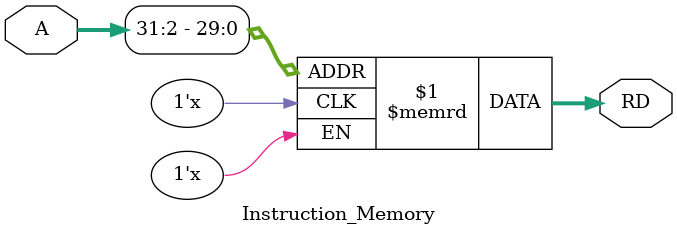
<source format=v>
module Instruction_Memory(
    input [31:0] A,
    output [31:0] RD
);


reg [31:0] mem [0:1023]; 

assign RD = mem[A[31:2]]; 

endmodule
</source>
